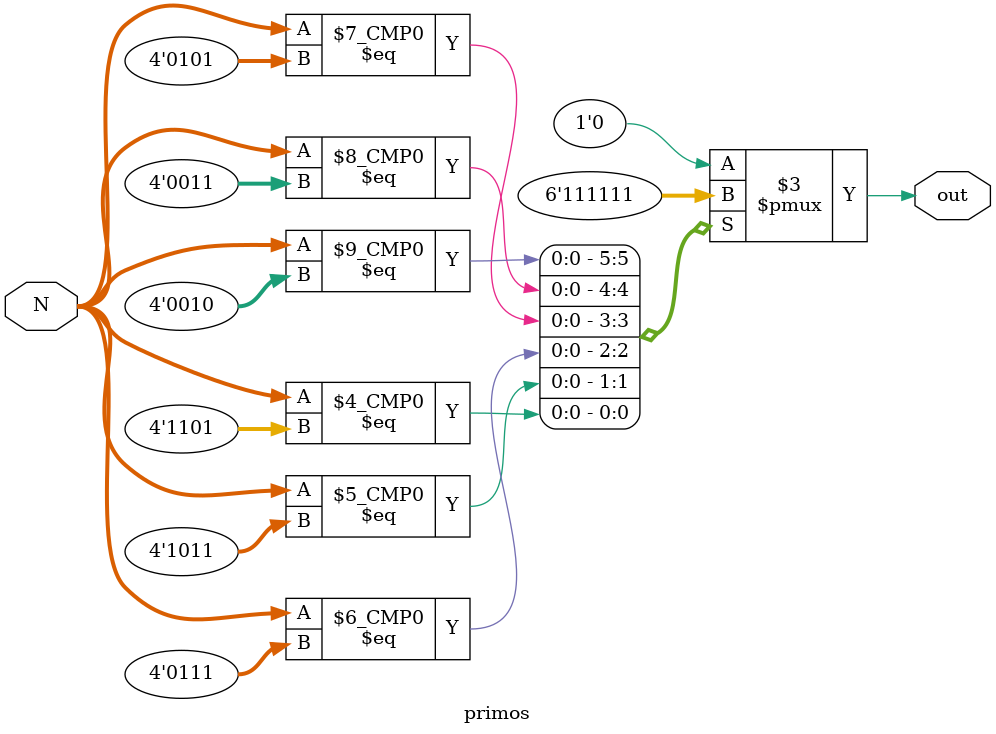
<source format=v>
/* 
En este código se declaran las condiciones para que los números primos del 0 al 15 
tengan el valor de 1 (TRUE), de manera que se mande la indicación a la tarjeta 
y al poner esos numeros se prenda el LED. Se usa default para indicar que todos los 
otros números tengan el valor de 0. Es decir que no encienda el LED. 
*/

module primos( 
	input[3:0] N, //declaración del vector de 4 bits para los numeros
	output reg out
	);
	always@(*) //lista de sensivilidad
	
	begin 
		case(N)
			2: out= 1;
			3: out= 1;
			5: out= 1;
			7: out= 1;
			11: out= 1;
			13: out= 1;
			default:out=0;
			endcase 
	end			

endmodule 

</source>
